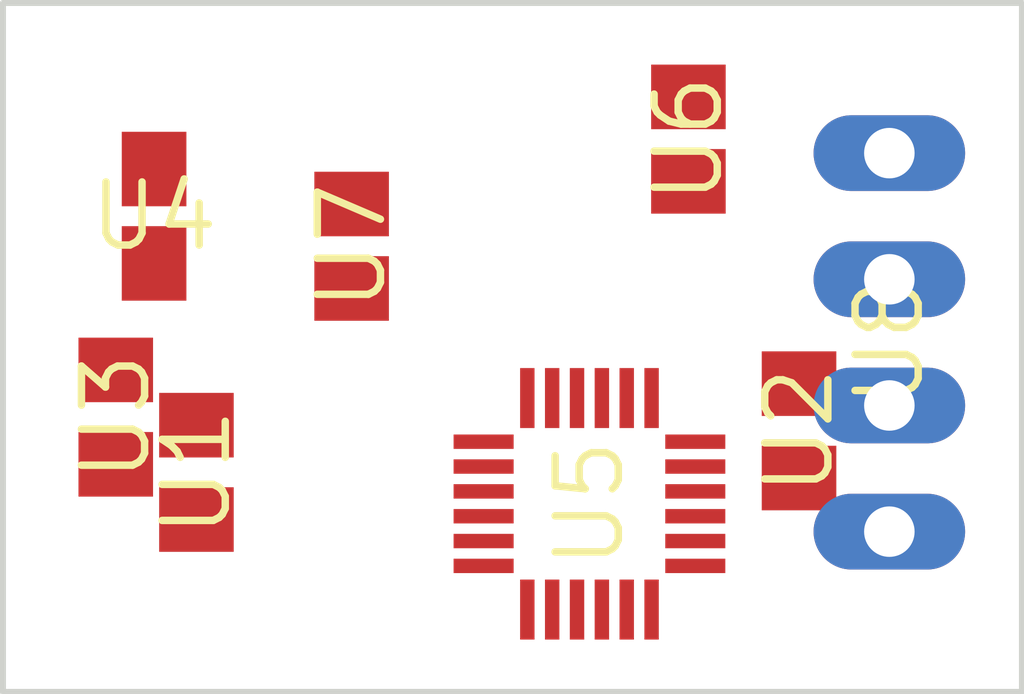
<source format=kicad_pcb>
(kicad_pcb (version 20221018) (generator pcbnew)
  (layers (0 "F.Cu" signal "Top") (31 "B.Cu" signal "Bottom") (34 "B.Paste" user) (35 "F.Paste" user) (36 "B.SilkS" user "B.Silkscreen") (37 "F.SilkS" user "F.Silkscreen") (38 "B.Mask" user) (39 "F.Mask" user) (44 "Edge.Cuts" user))
  (net 0 "")
  (net 1 "GND")
  (net 2 "VDD")
  (net 3 "/SDA")
  (net 4 "/SCL")
  (net 5 "Net-(R2-Pad1)")
  (net 6 "Net-(R1-Pad1)")
  (net 7 "Net-(U1-Pad14)")
  (net 8 "Net-(U1-Pad13)")
  (net 9 "Net-(U1-Pad12)")
  (net 10 "Net-(U1-Pad11)")
  (net 11 "Net-(U1-Pad10)")
  (net 12 "Net-(C1-Pad1)")
  (net 13 "Net-(C1-Pad2)")
  (net 14 "Net-(C2-Pad2)")
  (net 15 "Net-(U1-Pad1)")
  (footprint "imu:LGA-24" (layer "F.Cu") (at 150.04996021696948 108.15149580317981 270.0)
    (fp_text reference "U5" (at 0 0 270) (layer "F.SilkS") (effects (font (size 1.27 1.27))))
    (fp_text value "" (at 0 0 270) (layer "F.SilkS") (effects (font (size 1.27 1.27))))
    (pad "1" smd rect (at -2.129 -1.25) (size 0.29 1.208) (layers "F.Cu" "F.Paste" "F.Mask") (net 15 "Net-(U1-Pad1)"))
    (pad "2" smd rect (at -2.129 -0.75) (size 0.29 1.208) (layers "F.Cu" "F.Paste" "F.Mask") (net 1 "GND"))
    (pad "3" smd rect (at -2.129 -0.25) (size 0.29 1.208) (layers "F.Cu" "F.Paste" "F.Mask") (net 1 "GND"))
    (pad "4" smd rect (at -2.129 0.25) (size 0.29 1.208) (layers "F.Cu" "F.Paste" "F.Mask") (net 1 "GND"))
    (pad "5" smd rect (at -2.129 0.75) (size 0.29 1.208) (layers "F.Cu" "F.Paste" "F.Mask") (net 1 "GND"))
    (pad "6" smd rect (at -2.129 1.25) (size 0.29 1.208) (layers "F.Cu" "F.Paste" "F.Mask") (net 1 "GND"))
    (pad "7" smd rect (at -1.25 2.129 90) (size 0.29 1.208) (layers "F.Cu" "F.Paste" "F.Mask") (net 14 "Net-(C2-Pad2)"))
    (pad "8" smd rect (at -0.75 2.129 90) (size 0.29 1.208) (layers "F.Cu" "F.Paste" "F.Mask") (net 13 "Net-(C1-Pad2)"))
    (pad "9" smd rect (at -0.25 2.129 90) (size 0.29 1.208) (layers "F.Cu" "F.Paste" "F.Mask") (net 12 "Net-(C1-Pad1)"))
    (pad "10" smd rect (at 0.25 2.129 90) (size 0.29 1.208) (layers "F.Cu" "F.Paste" "F.Mask") (net 11 "Net-(U1-Pad10)"))
    (pad "11" smd rect (at 0.75 2.129 90) (size 0.29 1.208) (layers "F.Cu" "F.Paste" "F.Mask") (net 10 "Net-(U1-Pad11)"))
    (pad "12" smd rect (at 1.25 2.129 90) (size 0.29 1.208) (layers "F.Cu" "F.Paste" "F.Mask") (net 9 "Net-(U1-Pad12)"))
    (pad "13" smd rect (at 2.129 1.25 180) (size 0.29 1.208) (layers "F.Cu" "F.Paste" "F.Mask") (net 8 "Net-(U1-Pad13)"))
    (pad "14" smd rect (at 2.129 0.75 180) (size 0.29 1.208) (layers "F.Cu" "F.Paste" "F.Mask") (net 7 "Net-(U1-Pad14)"))
    (pad "15" smd rect (at 2.129 0.25 180) (size 0.29 1.208) (layers "F.Cu" "F.Paste" "F.Mask") (net 2 "VDD"))
    (pad "16" smd rect (at 2.129 -0.25 180) (size 0.29 1.208) (layers "F.Cu" "F.Paste" "F.Mask") (net 2 "VDD"))
    (pad "17" smd rect (at 2.129 -0.75 180) (size 0.29 1.208) (layers "F.Cu" "F.Paste" "F.Mask") (net 2 "VDD"))
    (pad "18" smd rect (at 2.129 -1.25 180) (size 0.29 1.208) (layers "F.Cu" "F.Paste" "F.Mask") (net 2 "VDD"))
    (pad "19" smd rect (at 1.25 -2.129 270) (size 0.29 1.208) (layers "F.Cu" "F.Paste" "F.Mask") (net 6 "Net-(R1-Pad1)"))
    (pad "20" smd rect (at 0.75 -2.129 270) (size 0.29 1.208) (layers "F.Cu" "F.Paste" "F.Mask") (net 5 "Net-(R2-Pad1)"))
    (pad "21" smd rect (at 0.25 -2.129 270) (size 0.29 1.208) (layers "F.Cu" "F.Paste" "F.Mask") (net 4 "/SCL"))
    (pad "22" smd rect (at -0.25 -2.129 270) (size 0.29 1.208) (layers "F.Cu" "F.Paste" "F.Mask") (net 1 "GND"))
    (pad "23" smd rect (at -0.75 -2.129 270) (size 0.29 1.208) (layers "F.Cu" "F.Paste" "F.Mask") (net 1 "GND"))
    (pad "24" smd rect (at -1.25 -2.129 270) (size 0.29 1.208) (layers "F.Cu" "F.Paste" "F.Mask") (net 3 "/SDA"))
  )
  (footprint "imu:C0805" (layer "F.Cu") (at 142.1438725130424 107.51864947643166 270.0)
    (fp_text reference "U1" (at 0 0 270) (layer "F.SilkS") (effects (font (size 1.27 1.27))))
    (fp_text value "" (at 0 0 270) (layer "F.SilkS") (effects (font (size 1.27 1.27))))
    (pad "1" smd rect (at -0.95 0 270) (size 1.3 1.5) (layers "F.Cu" "F.Paste" "F.Mask") (net 2 "VDD"))
    (pad "2" smd rect (at 0.95 0 270) (size 1.3 1.5) (layers "F.Cu" "F.Paste" "F.Mask") (net 1 "GND"))
  )
  (footprint "imu:C0805" (layer "F.Cu") (at 154.2660326466824 106.68293463932665 270.0)
    (fp_text reference "U2" (at 0 0 270) (layer "F.SilkS") (effects (font (size 1.27 1.27))))
    (fp_text value "" (at 0 0 270) (layer "F.SilkS") (effects (font (size 1.27 1.27))))
    (pad "1" smd rect (at -0.95 0 270) (size 1.3 1.5) (layers "F.Cu" "F.Paste" "F.Mask") (net 2 "VDD"))
    (pad "2" smd rect (at 0.95 0 270) (size 1.3 1.5) (layers "F.Cu" "F.Paste" "F.Mask") (net 1 "GND"))
  )
  (footprint "imu:C0805" (layer "F.Cu") (at 140.52097151892096 106.40648627742404 90.0)
    (fp_text reference "U3" (at 0 0 90) (layer "F.SilkS") (effects (font (size 1.27 1.27))))
    (fp_text value "" (at 0 0 90) (layer "F.SilkS") (effects (font (size 1.27 1.27))))
    (pad "1" smd rect (at -0.95 0 90) (size 1.3 1.5) (layers "F.Cu" "F.Paste" "F.Mask") (net 12 "Net-(C1-Pad1)"))
    (pad "2" smd rect (at 0.95 0 90) (size 1.3 1.5) (layers "F.Cu" "F.Paste" "F.Mask") (net 13 "Net-(C1-Pad2)"))
  )
  (footprint "imu:C0805" (layer "F.Cu") (at 141.29168527653943 102.36210234971375 270.0)
    (fp_text reference "U4" (at 0 0 180) (layer "F.SilkS") (effects (font (size 1.27 1.27))))
    (fp_text value "" (at 0 0 180) (layer "F.SilkS") (effects (font (size 1.27 1.27))))
    (pad "1" smd rect (at -0.95 0 180) (size 1.3 1.5) (layers "F.Cu" "F.Paste" "F.Mask") (net 1 "GND"))
    (pad "2" smd rect (at 0.95 0 180) (size 1.3 1.5) (layers "F.Cu" "F.Paste" "F.Mask") (net 14 "Net-(C2-Pad2)"))
  )
  (footprint "imu:R0805" (layer "F.Cu") (at 152.04078901314722 100.810228052653 270.0)
    (fp_text reference "U6" (at 0 0 270) (layer "F.SilkS") (effects (font (size 1.27 1.27))))
    (fp_text value "" (at 0 0 270) (layer "F.SilkS") (effects (font (size 1.27 1.27))))
    (pad "1" smd rect (at -0.85 0 270) (size 1.3 1.5) (layers "F.Cu" "F.Paste" "F.Mask") (net 6 "Net-(R1-Pad1)"))
    (pad "2" smd rect (at 0.85 0 270) (size 1.3 1.5) (layers "F.Cu" "F.Paste" "F.Mask") (net 2 "VDD"))
  )
  (footprint "imu:R0805" (layer "F.Cu") (at 145.26568211335643 102.96637692575004 270.0)
    (fp_text reference "U7" (at 0 0 270) (layer "F.SilkS") (effects (font (size 1.27 1.27))))
    (fp_text value "" (at 0 0 270) (layer "F.SilkS") (effects (font (size 1.27 1.27))))
    (pad "1" smd rect (at -0.85 0 270) (size 1.3 1.5) (layers "F.Cu" "F.Paste" "F.Mask") (net 5 "Net-(R2-Pad1)"))
    (pad "2" smd rect (at 0.85 0 270) (size 1.3 1.5) (layers "F.Cu" "F.Paste" "F.Mask") (net 2 "VDD"))
  )
  (footprint "imu:MA04-1" (layer "F.Cu") (at 156.083 104.902 90)
    (fp_text reference "U8" (at 0 0 90) (layer "F.SilkS") (effects (font (size 1.27 1.27))))
    (fp_text value "" (at 0 0 90) (layer "F.SilkS") (effects (font (size 1.27 1.27))))
    (pad "1" thru_hole oval locked (at -3.81 0 180) (size 3.048 1.524) (drill 1.016) (layers *.Cu *.Mask) (net 2 "VDD"))
    (pad "2" thru_hole oval locked (at -1.27 0 180) (size 3.048 1.524) (drill 1.016) (layers *.Cu *.Mask) (net 4 "/SCL"))
    (pad "3" thru_hole oval locked (at 1.27 0 180) (size 3.048 1.524) (drill 1.016) (layers *.Cu *.Mask) (net 3 "/SDA"))
    (pad "4" thru_hole oval locked (at 3.81 0 180) (size 3.048 1.524) (drill 1.016) (layers *.Cu *.Mask) (net 1 "GND"))
  )
  (gr_line (start 138.2522 98.0694) (end 158.75 98.0694) (layer "Edge.Cuts") (width 0.12))
  (gr_line (start 158.75 98.0694) (end 158.75 111.9378) (layer "Edge.Cuts") (width 0.12))
  (gr_line (start 138.2522 111.9378) (end 138.2522 98.0694) (layer "Edge.Cuts") (width 0.12))
  (gr_line (start 158.75 111.9378) (end 138.2522 111.9378) (layer "Edge.Cuts") (width 0.12))
)
</source>
